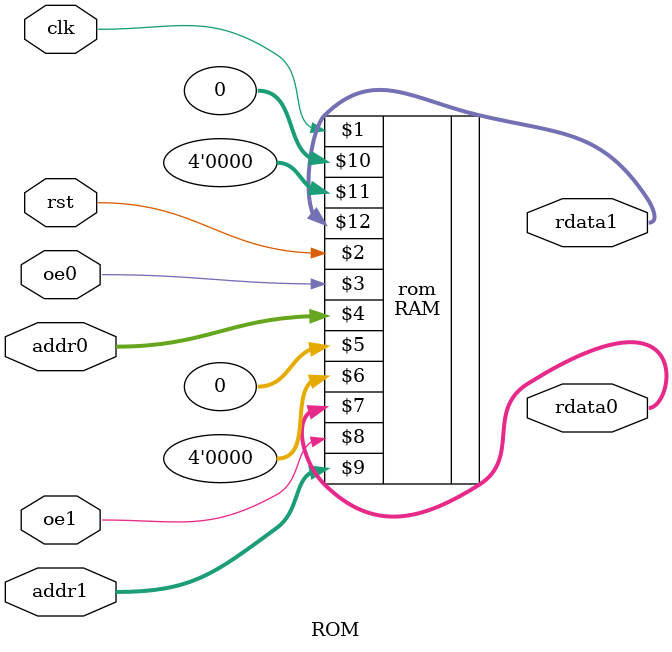
<source format=v>
`default_nettype none
`timescale 1ns/100ps
`include "UTIL.v"

module ROM #(
  parameter SCALE = 10
) (
  input   wire            clk,
  input   wire            rst,

  input   wire            oe0,
  input   wire[SCALE-1:0] addr0,
  output  wire[   32-1:0] rdata0,

  input   wire            oe1,
  input   wire[SCALE-1:0] addr1,
  output  wire[   32-1:0] rdata1
);
  RAM #(.SCALE(SCALE)) rom (
    clk, rst,
    oe0, addr0, 0, 4'h0, rdata0,
    oe1, addr1, 0, 4'h0, rdata1
  );
endmodule

`default_nettype wire

</source>
